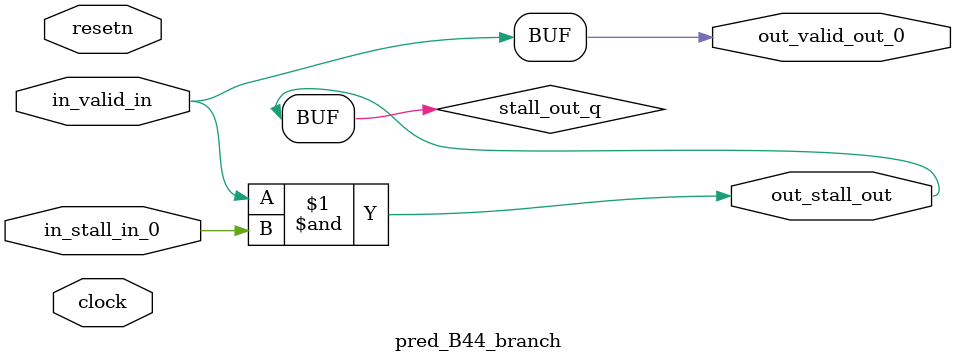
<source format=sv>



(* altera_attribute = "-name AUTO_SHIFT_REGISTER_RECOGNITION OFF; -name MESSAGE_DISABLE 10036; -name MESSAGE_DISABLE 10037; -name MESSAGE_DISABLE 14130; -name MESSAGE_DISABLE 14320; -name MESSAGE_DISABLE 15400; -name MESSAGE_DISABLE 14130; -name MESSAGE_DISABLE 10036; -name MESSAGE_DISABLE 12020; -name MESSAGE_DISABLE 12030; -name MESSAGE_DISABLE 12010; -name MESSAGE_DISABLE 12110; -name MESSAGE_DISABLE 14320; -name MESSAGE_DISABLE 13410; -name MESSAGE_DISABLE 113007; -name MESSAGE_DISABLE 10958" *)
module pred_B44_branch (
    input wire [0:0] in_stall_in_0,
    input wire [0:0] in_valid_in,
    output wire [0:0] out_stall_out,
    output wire [0:0] out_valid_out_0,
    input wire clock,
    input wire resetn
    );

    wire [0:0] stall_out_q;


    // stall_out(LOGICAL,6)
    assign stall_out_q = in_valid_in & in_stall_in_0;

    // out_stall_out(GPOUT,4)
    assign out_stall_out = stall_out_q;

    // out_valid_out_0(GPOUT,5)
    assign out_valid_out_0 = in_valid_in;

endmodule

</source>
